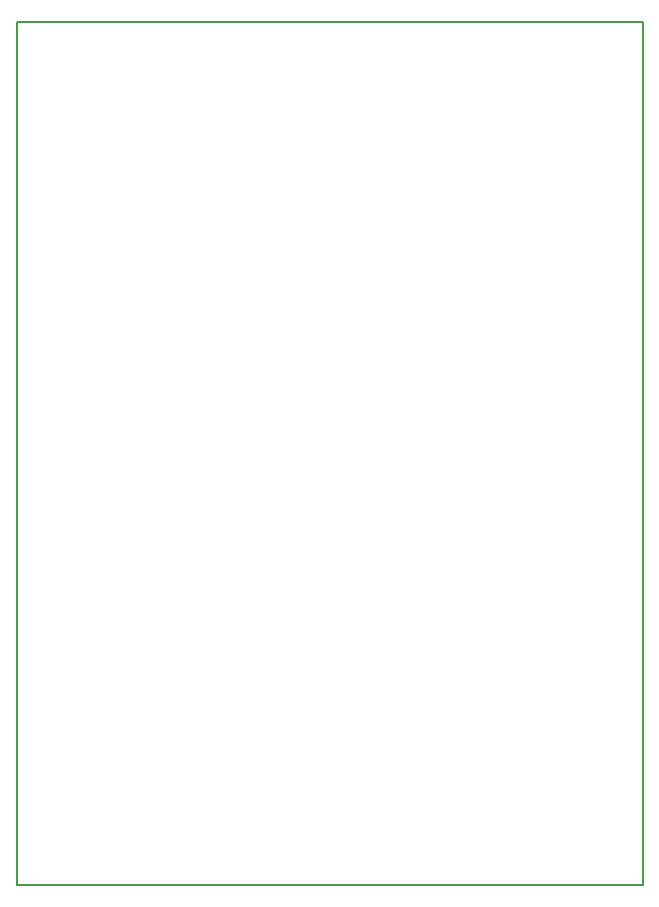
<source format=gm1>
G04 #@! TF.GenerationSoftware,KiCad,Pcbnew,5.1.6-c6e7f7d~86~ubuntu18.04.1*
G04 #@! TF.CreationDate,2020-06-18T14:39:11+02:00*
G04 #@! TF.ProjectId,pcb,7063622e-6b69-4636-9164-5f7063625858,rev?*
G04 #@! TF.SameCoordinates,Original*
G04 #@! TF.FileFunction,Profile,NP*
%FSLAX46Y46*%
G04 Gerber Fmt 4.6, Leading zero omitted, Abs format (unit mm)*
G04 Created by KiCad (PCBNEW 5.1.6-c6e7f7d~86~ubuntu18.04.1) date 2020-06-18 14:39:11*
%MOMM*%
%LPD*%
G01*
G04 APERTURE LIST*
G04 #@! TA.AperFunction,Profile*
%ADD10C,0.150000*%
G04 #@! TD*
G04 APERTURE END LIST*
D10*
X0Y0D02*
X53000000Y0D01*
X0Y-73000000D02*
X0Y0D01*
X53000000Y-73000000D02*
X0Y-73000000D01*
X53000000Y0D02*
X53000000Y-73000000D01*
M02*

</source>
